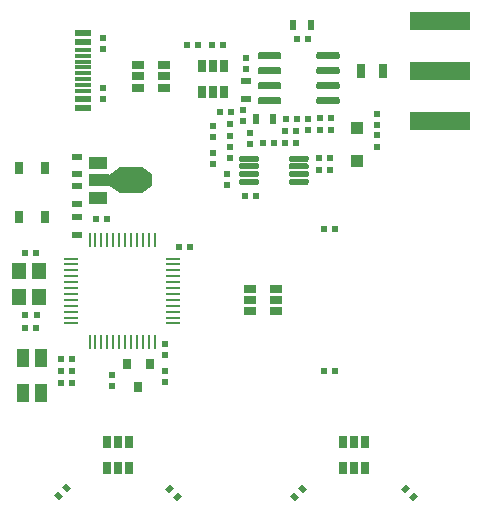
<source format=gtp>
G04 #@! TF.GenerationSoftware,KiCad,Pcbnew,5.1.5+dfsg1-2build2*
G04 #@! TF.CreationDate,2020-09-27T17:25:33+02:00*
G04 #@! TF.ProjectId,tdr,7464722e-6b69-4636-9164-5f7063625858,rev?*
G04 #@! TF.SameCoordinates,Original*
G04 #@! TF.FileFunction,Paste,Top*
G04 #@! TF.FilePolarity,Positive*
%FSLAX46Y46*%
G04 Gerber Fmt 4.6, Leading zero omitted, Abs format (unit mm)*
G04 Created by KiCad (PCBNEW 5.1.5+dfsg1-2build2) date 2020-09-27 17:25:33*
%MOMM*%
%LPD*%
G04 APERTURE LIST*
%ADD10R,0.500000X0.600000*%
%ADD11R,0.600000X0.900000*%
%ADD12R,1.200000X1.400000*%
%ADD13C,0.100000*%
%ADD14R,0.650000X1.060000*%
%ADD15R,1.060000X0.650000*%
%ADD16R,0.800000X0.900000*%
%ADD17R,0.250000X1.300000*%
%ADD18R,1.300000X0.250000*%
%ADD19R,1.840000X2.200000*%
%ADD20R,1.500000X1.000000*%
%ADD21R,1.800000X1.000000*%
%ADD22R,0.650000X1.050000*%
%ADD23R,0.600000X0.500000*%
%ADD24R,0.700000X1.300000*%
%ADD25R,5.080000X1.500000*%
%ADD26R,1.450000X0.600000*%
%ADD27R,1.450000X0.300000*%
%ADD28R,1.100000X1.100000*%
%ADD29R,1.100000X1.500000*%
%ADD30R,0.900000X0.600000*%
G04 APERTURE END LIST*
D10*
X131670000Y-68600000D03*
X130730000Y-68600000D03*
X135130000Y-55300000D03*
X136070000Y-55300000D03*
D11*
X134850000Y-54100000D03*
X136350000Y-54100000D03*
D12*
X113275379Y-74935786D03*
X113275379Y-77135786D03*
X111575379Y-77135786D03*
X111575379Y-74935786D03*
D13*
G36*
X138614703Y-56395722D02*
G01*
X138629264Y-56397882D01*
X138643543Y-56401459D01*
X138657403Y-56406418D01*
X138670710Y-56412712D01*
X138683336Y-56420280D01*
X138695159Y-56429048D01*
X138706066Y-56438934D01*
X138715952Y-56449841D01*
X138724720Y-56461664D01*
X138732288Y-56474290D01*
X138738582Y-56487597D01*
X138743541Y-56501457D01*
X138747118Y-56515736D01*
X138749278Y-56530297D01*
X138750000Y-56545000D01*
X138750000Y-56845000D01*
X138749278Y-56859703D01*
X138747118Y-56874264D01*
X138743541Y-56888543D01*
X138738582Y-56902403D01*
X138732288Y-56915710D01*
X138724720Y-56928336D01*
X138715952Y-56940159D01*
X138706066Y-56951066D01*
X138695159Y-56960952D01*
X138683336Y-56969720D01*
X138670710Y-56977288D01*
X138657403Y-56983582D01*
X138643543Y-56988541D01*
X138629264Y-56992118D01*
X138614703Y-56994278D01*
X138600000Y-56995000D01*
X136950000Y-56995000D01*
X136935297Y-56994278D01*
X136920736Y-56992118D01*
X136906457Y-56988541D01*
X136892597Y-56983582D01*
X136879290Y-56977288D01*
X136866664Y-56969720D01*
X136854841Y-56960952D01*
X136843934Y-56951066D01*
X136834048Y-56940159D01*
X136825280Y-56928336D01*
X136817712Y-56915710D01*
X136811418Y-56902403D01*
X136806459Y-56888543D01*
X136802882Y-56874264D01*
X136800722Y-56859703D01*
X136800000Y-56845000D01*
X136800000Y-56545000D01*
X136800722Y-56530297D01*
X136802882Y-56515736D01*
X136806459Y-56501457D01*
X136811418Y-56487597D01*
X136817712Y-56474290D01*
X136825280Y-56461664D01*
X136834048Y-56449841D01*
X136843934Y-56438934D01*
X136854841Y-56429048D01*
X136866664Y-56420280D01*
X136879290Y-56412712D01*
X136892597Y-56406418D01*
X136906457Y-56401459D01*
X136920736Y-56397882D01*
X136935297Y-56395722D01*
X136950000Y-56395000D01*
X138600000Y-56395000D01*
X138614703Y-56395722D01*
G37*
G36*
X138614703Y-57665722D02*
G01*
X138629264Y-57667882D01*
X138643543Y-57671459D01*
X138657403Y-57676418D01*
X138670710Y-57682712D01*
X138683336Y-57690280D01*
X138695159Y-57699048D01*
X138706066Y-57708934D01*
X138715952Y-57719841D01*
X138724720Y-57731664D01*
X138732288Y-57744290D01*
X138738582Y-57757597D01*
X138743541Y-57771457D01*
X138747118Y-57785736D01*
X138749278Y-57800297D01*
X138750000Y-57815000D01*
X138750000Y-58115000D01*
X138749278Y-58129703D01*
X138747118Y-58144264D01*
X138743541Y-58158543D01*
X138738582Y-58172403D01*
X138732288Y-58185710D01*
X138724720Y-58198336D01*
X138715952Y-58210159D01*
X138706066Y-58221066D01*
X138695159Y-58230952D01*
X138683336Y-58239720D01*
X138670710Y-58247288D01*
X138657403Y-58253582D01*
X138643543Y-58258541D01*
X138629264Y-58262118D01*
X138614703Y-58264278D01*
X138600000Y-58265000D01*
X136950000Y-58265000D01*
X136935297Y-58264278D01*
X136920736Y-58262118D01*
X136906457Y-58258541D01*
X136892597Y-58253582D01*
X136879290Y-58247288D01*
X136866664Y-58239720D01*
X136854841Y-58230952D01*
X136843934Y-58221066D01*
X136834048Y-58210159D01*
X136825280Y-58198336D01*
X136817712Y-58185710D01*
X136811418Y-58172403D01*
X136806459Y-58158543D01*
X136802882Y-58144264D01*
X136800722Y-58129703D01*
X136800000Y-58115000D01*
X136800000Y-57815000D01*
X136800722Y-57800297D01*
X136802882Y-57785736D01*
X136806459Y-57771457D01*
X136811418Y-57757597D01*
X136817712Y-57744290D01*
X136825280Y-57731664D01*
X136834048Y-57719841D01*
X136843934Y-57708934D01*
X136854841Y-57699048D01*
X136866664Y-57690280D01*
X136879290Y-57682712D01*
X136892597Y-57676418D01*
X136906457Y-57671459D01*
X136920736Y-57667882D01*
X136935297Y-57665722D01*
X136950000Y-57665000D01*
X138600000Y-57665000D01*
X138614703Y-57665722D01*
G37*
G36*
X138614703Y-58935722D02*
G01*
X138629264Y-58937882D01*
X138643543Y-58941459D01*
X138657403Y-58946418D01*
X138670710Y-58952712D01*
X138683336Y-58960280D01*
X138695159Y-58969048D01*
X138706066Y-58978934D01*
X138715952Y-58989841D01*
X138724720Y-59001664D01*
X138732288Y-59014290D01*
X138738582Y-59027597D01*
X138743541Y-59041457D01*
X138747118Y-59055736D01*
X138749278Y-59070297D01*
X138750000Y-59085000D01*
X138750000Y-59385000D01*
X138749278Y-59399703D01*
X138747118Y-59414264D01*
X138743541Y-59428543D01*
X138738582Y-59442403D01*
X138732288Y-59455710D01*
X138724720Y-59468336D01*
X138715952Y-59480159D01*
X138706066Y-59491066D01*
X138695159Y-59500952D01*
X138683336Y-59509720D01*
X138670710Y-59517288D01*
X138657403Y-59523582D01*
X138643543Y-59528541D01*
X138629264Y-59532118D01*
X138614703Y-59534278D01*
X138600000Y-59535000D01*
X136950000Y-59535000D01*
X136935297Y-59534278D01*
X136920736Y-59532118D01*
X136906457Y-59528541D01*
X136892597Y-59523582D01*
X136879290Y-59517288D01*
X136866664Y-59509720D01*
X136854841Y-59500952D01*
X136843934Y-59491066D01*
X136834048Y-59480159D01*
X136825280Y-59468336D01*
X136817712Y-59455710D01*
X136811418Y-59442403D01*
X136806459Y-59428543D01*
X136802882Y-59414264D01*
X136800722Y-59399703D01*
X136800000Y-59385000D01*
X136800000Y-59085000D01*
X136800722Y-59070297D01*
X136802882Y-59055736D01*
X136806459Y-59041457D01*
X136811418Y-59027597D01*
X136817712Y-59014290D01*
X136825280Y-59001664D01*
X136834048Y-58989841D01*
X136843934Y-58978934D01*
X136854841Y-58969048D01*
X136866664Y-58960280D01*
X136879290Y-58952712D01*
X136892597Y-58946418D01*
X136906457Y-58941459D01*
X136920736Y-58937882D01*
X136935297Y-58935722D01*
X136950000Y-58935000D01*
X138600000Y-58935000D01*
X138614703Y-58935722D01*
G37*
G36*
X138614703Y-60205722D02*
G01*
X138629264Y-60207882D01*
X138643543Y-60211459D01*
X138657403Y-60216418D01*
X138670710Y-60222712D01*
X138683336Y-60230280D01*
X138695159Y-60239048D01*
X138706066Y-60248934D01*
X138715952Y-60259841D01*
X138724720Y-60271664D01*
X138732288Y-60284290D01*
X138738582Y-60297597D01*
X138743541Y-60311457D01*
X138747118Y-60325736D01*
X138749278Y-60340297D01*
X138750000Y-60355000D01*
X138750000Y-60655000D01*
X138749278Y-60669703D01*
X138747118Y-60684264D01*
X138743541Y-60698543D01*
X138738582Y-60712403D01*
X138732288Y-60725710D01*
X138724720Y-60738336D01*
X138715952Y-60750159D01*
X138706066Y-60761066D01*
X138695159Y-60770952D01*
X138683336Y-60779720D01*
X138670710Y-60787288D01*
X138657403Y-60793582D01*
X138643543Y-60798541D01*
X138629264Y-60802118D01*
X138614703Y-60804278D01*
X138600000Y-60805000D01*
X136950000Y-60805000D01*
X136935297Y-60804278D01*
X136920736Y-60802118D01*
X136906457Y-60798541D01*
X136892597Y-60793582D01*
X136879290Y-60787288D01*
X136866664Y-60779720D01*
X136854841Y-60770952D01*
X136843934Y-60761066D01*
X136834048Y-60750159D01*
X136825280Y-60738336D01*
X136817712Y-60725710D01*
X136811418Y-60712403D01*
X136806459Y-60698543D01*
X136802882Y-60684264D01*
X136800722Y-60669703D01*
X136800000Y-60655000D01*
X136800000Y-60355000D01*
X136800722Y-60340297D01*
X136802882Y-60325736D01*
X136806459Y-60311457D01*
X136811418Y-60297597D01*
X136817712Y-60284290D01*
X136825280Y-60271664D01*
X136834048Y-60259841D01*
X136843934Y-60248934D01*
X136854841Y-60239048D01*
X136866664Y-60230280D01*
X136879290Y-60222712D01*
X136892597Y-60216418D01*
X136906457Y-60211459D01*
X136920736Y-60207882D01*
X136935297Y-60205722D01*
X136950000Y-60205000D01*
X138600000Y-60205000D01*
X138614703Y-60205722D01*
G37*
G36*
X133664703Y-60205722D02*
G01*
X133679264Y-60207882D01*
X133693543Y-60211459D01*
X133707403Y-60216418D01*
X133720710Y-60222712D01*
X133733336Y-60230280D01*
X133745159Y-60239048D01*
X133756066Y-60248934D01*
X133765952Y-60259841D01*
X133774720Y-60271664D01*
X133782288Y-60284290D01*
X133788582Y-60297597D01*
X133793541Y-60311457D01*
X133797118Y-60325736D01*
X133799278Y-60340297D01*
X133800000Y-60355000D01*
X133800000Y-60655000D01*
X133799278Y-60669703D01*
X133797118Y-60684264D01*
X133793541Y-60698543D01*
X133788582Y-60712403D01*
X133782288Y-60725710D01*
X133774720Y-60738336D01*
X133765952Y-60750159D01*
X133756066Y-60761066D01*
X133745159Y-60770952D01*
X133733336Y-60779720D01*
X133720710Y-60787288D01*
X133707403Y-60793582D01*
X133693543Y-60798541D01*
X133679264Y-60802118D01*
X133664703Y-60804278D01*
X133650000Y-60805000D01*
X132000000Y-60805000D01*
X131985297Y-60804278D01*
X131970736Y-60802118D01*
X131956457Y-60798541D01*
X131942597Y-60793582D01*
X131929290Y-60787288D01*
X131916664Y-60779720D01*
X131904841Y-60770952D01*
X131893934Y-60761066D01*
X131884048Y-60750159D01*
X131875280Y-60738336D01*
X131867712Y-60725710D01*
X131861418Y-60712403D01*
X131856459Y-60698543D01*
X131852882Y-60684264D01*
X131850722Y-60669703D01*
X131850000Y-60655000D01*
X131850000Y-60355000D01*
X131850722Y-60340297D01*
X131852882Y-60325736D01*
X131856459Y-60311457D01*
X131861418Y-60297597D01*
X131867712Y-60284290D01*
X131875280Y-60271664D01*
X131884048Y-60259841D01*
X131893934Y-60248934D01*
X131904841Y-60239048D01*
X131916664Y-60230280D01*
X131929290Y-60222712D01*
X131942597Y-60216418D01*
X131956457Y-60211459D01*
X131970736Y-60207882D01*
X131985297Y-60205722D01*
X132000000Y-60205000D01*
X133650000Y-60205000D01*
X133664703Y-60205722D01*
G37*
G36*
X133664703Y-58935722D02*
G01*
X133679264Y-58937882D01*
X133693543Y-58941459D01*
X133707403Y-58946418D01*
X133720710Y-58952712D01*
X133733336Y-58960280D01*
X133745159Y-58969048D01*
X133756066Y-58978934D01*
X133765952Y-58989841D01*
X133774720Y-59001664D01*
X133782288Y-59014290D01*
X133788582Y-59027597D01*
X133793541Y-59041457D01*
X133797118Y-59055736D01*
X133799278Y-59070297D01*
X133800000Y-59085000D01*
X133800000Y-59385000D01*
X133799278Y-59399703D01*
X133797118Y-59414264D01*
X133793541Y-59428543D01*
X133788582Y-59442403D01*
X133782288Y-59455710D01*
X133774720Y-59468336D01*
X133765952Y-59480159D01*
X133756066Y-59491066D01*
X133745159Y-59500952D01*
X133733336Y-59509720D01*
X133720710Y-59517288D01*
X133707403Y-59523582D01*
X133693543Y-59528541D01*
X133679264Y-59532118D01*
X133664703Y-59534278D01*
X133650000Y-59535000D01*
X132000000Y-59535000D01*
X131985297Y-59534278D01*
X131970736Y-59532118D01*
X131956457Y-59528541D01*
X131942597Y-59523582D01*
X131929290Y-59517288D01*
X131916664Y-59509720D01*
X131904841Y-59500952D01*
X131893934Y-59491066D01*
X131884048Y-59480159D01*
X131875280Y-59468336D01*
X131867712Y-59455710D01*
X131861418Y-59442403D01*
X131856459Y-59428543D01*
X131852882Y-59414264D01*
X131850722Y-59399703D01*
X131850000Y-59385000D01*
X131850000Y-59085000D01*
X131850722Y-59070297D01*
X131852882Y-59055736D01*
X131856459Y-59041457D01*
X131861418Y-59027597D01*
X131867712Y-59014290D01*
X131875280Y-59001664D01*
X131884048Y-58989841D01*
X131893934Y-58978934D01*
X131904841Y-58969048D01*
X131916664Y-58960280D01*
X131929290Y-58952712D01*
X131942597Y-58946418D01*
X131956457Y-58941459D01*
X131970736Y-58937882D01*
X131985297Y-58935722D01*
X132000000Y-58935000D01*
X133650000Y-58935000D01*
X133664703Y-58935722D01*
G37*
G36*
X133664703Y-57665722D02*
G01*
X133679264Y-57667882D01*
X133693543Y-57671459D01*
X133707403Y-57676418D01*
X133720710Y-57682712D01*
X133733336Y-57690280D01*
X133745159Y-57699048D01*
X133756066Y-57708934D01*
X133765952Y-57719841D01*
X133774720Y-57731664D01*
X133782288Y-57744290D01*
X133788582Y-57757597D01*
X133793541Y-57771457D01*
X133797118Y-57785736D01*
X133799278Y-57800297D01*
X133800000Y-57815000D01*
X133800000Y-58115000D01*
X133799278Y-58129703D01*
X133797118Y-58144264D01*
X133793541Y-58158543D01*
X133788582Y-58172403D01*
X133782288Y-58185710D01*
X133774720Y-58198336D01*
X133765952Y-58210159D01*
X133756066Y-58221066D01*
X133745159Y-58230952D01*
X133733336Y-58239720D01*
X133720710Y-58247288D01*
X133707403Y-58253582D01*
X133693543Y-58258541D01*
X133679264Y-58262118D01*
X133664703Y-58264278D01*
X133650000Y-58265000D01*
X132000000Y-58265000D01*
X131985297Y-58264278D01*
X131970736Y-58262118D01*
X131956457Y-58258541D01*
X131942597Y-58253582D01*
X131929290Y-58247288D01*
X131916664Y-58239720D01*
X131904841Y-58230952D01*
X131893934Y-58221066D01*
X131884048Y-58210159D01*
X131875280Y-58198336D01*
X131867712Y-58185710D01*
X131861418Y-58172403D01*
X131856459Y-58158543D01*
X131852882Y-58144264D01*
X131850722Y-58129703D01*
X131850000Y-58115000D01*
X131850000Y-57815000D01*
X131850722Y-57800297D01*
X131852882Y-57785736D01*
X131856459Y-57771457D01*
X131861418Y-57757597D01*
X131867712Y-57744290D01*
X131875280Y-57731664D01*
X131884048Y-57719841D01*
X131893934Y-57708934D01*
X131904841Y-57699048D01*
X131916664Y-57690280D01*
X131929290Y-57682712D01*
X131942597Y-57676418D01*
X131956457Y-57671459D01*
X131970736Y-57667882D01*
X131985297Y-57665722D01*
X132000000Y-57665000D01*
X133650000Y-57665000D01*
X133664703Y-57665722D01*
G37*
G36*
X133664703Y-56395722D02*
G01*
X133679264Y-56397882D01*
X133693543Y-56401459D01*
X133707403Y-56406418D01*
X133720710Y-56412712D01*
X133733336Y-56420280D01*
X133745159Y-56429048D01*
X133756066Y-56438934D01*
X133765952Y-56449841D01*
X133774720Y-56461664D01*
X133782288Y-56474290D01*
X133788582Y-56487597D01*
X133793541Y-56501457D01*
X133797118Y-56515736D01*
X133799278Y-56530297D01*
X133800000Y-56545000D01*
X133800000Y-56845000D01*
X133799278Y-56859703D01*
X133797118Y-56874264D01*
X133793541Y-56888543D01*
X133788582Y-56902403D01*
X133782288Y-56915710D01*
X133774720Y-56928336D01*
X133765952Y-56940159D01*
X133756066Y-56951066D01*
X133745159Y-56960952D01*
X133733336Y-56969720D01*
X133720710Y-56977288D01*
X133707403Y-56983582D01*
X133693543Y-56988541D01*
X133679264Y-56992118D01*
X133664703Y-56994278D01*
X133650000Y-56995000D01*
X132000000Y-56995000D01*
X131985297Y-56994278D01*
X131970736Y-56992118D01*
X131956457Y-56988541D01*
X131942597Y-56983582D01*
X131929290Y-56977288D01*
X131916664Y-56969720D01*
X131904841Y-56960952D01*
X131893934Y-56951066D01*
X131884048Y-56940159D01*
X131875280Y-56928336D01*
X131867712Y-56915710D01*
X131861418Y-56902403D01*
X131856459Y-56888543D01*
X131852882Y-56874264D01*
X131850722Y-56859703D01*
X131850000Y-56845000D01*
X131850000Y-56545000D01*
X131850722Y-56530297D01*
X131852882Y-56515736D01*
X131856459Y-56501457D01*
X131861418Y-56487597D01*
X131867712Y-56474290D01*
X131875280Y-56461664D01*
X131884048Y-56449841D01*
X131893934Y-56438934D01*
X131904841Y-56429048D01*
X131916664Y-56420280D01*
X131929290Y-56412712D01*
X131942597Y-56406418D01*
X131956457Y-56401459D01*
X131970736Y-56397882D01*
X131985297Y-56395722D01*
X132000000Y-56395000D01*
X133650000Y-56395000D01*
X133664703Y-56395722D01*
G37*
D14*
X128050000Y-57550000D03*
X127100000Y-57550000D03*
X129000000Y-57550000D03*
X129000000Y-59750000D03*
X128050000Y-59750000D03*
X127100000Y-59750000D03*
D13*
G36*
X136012252Y-65175602D02*
G01*
X136024386Y-65177402D01*
X136036286Y-65180382D01*
X136047835Y-65184515D01*
X136058925Y-65189760D01*
X136069446Y-65196066D01*
X136079299Y-65203374D01*
X136088388Y-65211612D01*
X136096626Y-65220701D01*
X136103934Y-65230554D01*
X136110240Y-65241075D01*
X136115485Y-65252165D01*
X136119618Y-65263714D01*
X136122598Y-65275614D01*
X136124398Y-65287748D01*
X136125000Y-65300000D01*
X136125000Y-65550000D01*
X136124398Y-65562252D01*
X136122598Y-65574386D01*
X136119618Y-65586286D01*
X136115485Y-65597835D01*
X136110240Y-65608925D01*
X136103934Y-65619446D01*
X136096626Y-65629299D01*
X136088388Y-65638388D01*
X136079299Y-65646626D01*
X136069446Y-65653934D01*
X136058925Y-65660240D01*
X136047835Y-65665485D01*
X136036286Y-65669618D01*
X136024386Y-65672598D01*
X136012252Y-65674398D01*
X136000000Y-65675000D01*
X134625000Y-65675000D01*
X134612748Y-65674398D01*
X134600614Y-65672598D01*
X134588714Y-65669618D01*
X134577165Y-65665485D01*
X134566075Y-65660240D01*
X134555554Y-65653934D01*
X134545701Y-65646626D01*
X134536612Y-65638388D01*
X134528374Y-65629299D01*
X134521066Y-65619446D01*
X134514760Y-65608925D01*
X134509515Y-65597835D01*
X134505382Y-65586286D01*
X134502402Y-65574386D01*
X134500602Y-65562252D01*
X134500000Y-65550000D01*
X134500000Y-65300000D01*
X134500602Y-65287748D01*
X134502402Y-65275614D01*
X134505382Y-65263714D01*
X134509515Y-65252165D01*
X134514760Y-65241075D01*
X134521066Y-65230554D01*
X134528374Y-65220701D01*
X134536612Y-65211612D01*
X134545701Y-65203374D01*
X134555554Y-65196066D01*
X134566075Y-65189760D01*
X134577165Y-65184515D01*
X134588714Y-65180382D01*
X134600614Y-65177402D01*
X134612748Y-65175602D01*
X134625000Y-65175000D01*
X136000000Y-65175000D01*
X136012252Y-65175602D01*
G37*
G36*
X136012252Y-65825602D02*
G01*
X136024386Y-65827402D01*
X136036286Y-65830382D01*
X136047835Y-65834515D01*
X136058925Y-65839760D01*
X136069446Y-65846066D01*
X136079299Y-65853374D01*
X136088388Y-65861612D01*
X136096626Y-65870701D01*
X136103934Y-65880554D01*
X136110240Y-65891075D01*
X136115485Y-65902165D01*
X136119618Y-65913714D01*
X136122598Y-65925614D01*
X136124398Y-65937748D01*
X136125000Y-65950000D01*
X136125000Y-66200000D01*
X136124398Y-66212252D01*
X136122598Y-66224386D01*
X136119618Y-66236286D01*
X136115485Y-66247835D01*
X136110240Y-66258925D01*
X136103934Y-66269446D01*
X136096626Y-66279299D01*
X136088388Y-66288388D01*
X136079299Y-66296626D01*
X136069446Y-66303934D01*
X136058925Y-66310240D01*
X136047835Y-66315485D01*
X136036286Y-66319618D01*
X136024386Y-66322598D01*
X136012252Y-66324398D01*
X136000000Y-66325000D01*
X134625000Y-66325000D01*
X134612748Y-66324398D01*
X134600614Y-66322598D01*
X134588714Y-66319618D01*
X134577165Y-66315485D01*
X134566075Y-66310240D01*
X134555554Y-66303934D01*
X134545701Y-66296626D01*
X134536612Y-66288388D01*
X134528374Y-66279299D01*
X134521066Y-66269446D01*
X134514760Y-66258925D01*
X134509515Y-66247835D01*
X134505382Y-66236286D01*
X134502402Y-66224386D01*
X134500602Y-66212252D01*
X134500000Y-66200000D01*
X134500000Y-65950000D01*
X134500602Y-65937748D01*
X134502402Y-65925614D01*
X134505382Y-65913714D01*
X134509515Y-65902165D01*
X134514760Y-65891075D01*
X134521066Y-65880554D01*
X134528374Y-65870701D01*
X134536612Y-65861612D01*
X134545701Y-65853374D01*
X134555554Y-65846066D01*
X134566075Y-65839760D01*
X134577165Y-65834515D01*
X134588714Y-65830382D01*
X134600614Y-65827402D01*
X134612748Y-65825602D01*
X134625000Y-65825000D01*
X136000000Y-65825000D01*
X136012252Y-65825602D01*
G37*
G36*
X136012252Y-66475602D02*
G01*
X136024386Y-66477402D01*
X136036286Y-66480382D01*
X136047835Y-66484515D01*
X136058925Y-66489760D01*
X136069446Y-66496066D01*
X136079299Y-66503374D01*
X136088388Y-66511612D01*
X136096626Y-66520701D01*
X136103934Y-66530554D01*
X136110240Y-66541075D01*
X136115485Y-66552165D01*
X136119618Y-66563714D01*
X136122598Y-66575614D01*
X136124398Y-66587748D01*
X136125000Y-66600000D01*
X136125000Y-66850000D01*
X136124398Y-66862252D01*
X136122598Y-66874386D01*
X136119618Y-66886286D01*
X136115485Y-66897835D01*
X136110240Y-66908925D01*
X136103934Y-66919446D01*
X136096626Y-66929299D01*
X136088388Y-66938388D01*
X136079299Y-66946626D01*
X136069446Y-66953934D01*
X136058925Y-66960240D01*
X136047835Y-66965485D01*
X136036286Y-66969618D01*
X136024386Y-66972598D01*
X136012252Y-66974398D01*
X136000000Y-66975000D01*
X134625000Y-66975000D01*
X134612748Y-66974398D01*
X134600614Y-66972598D01*
X134588714Y-66969618D01*
X134577165Y-66965485D01*
X134566075Y-66960240D01*
X134555554Y-66953934D01*
X134545701Y-66946626D01*
X134536612Y-66938388D01*
X134528374Y-66929299D01*
X134521066Y-66919446D01*
X134514760Y-66908925D01*
X134509515Y-66897835D01*
X134505382Y-66886286D01*
X134502402Y-66874386D01*
X134500602Y-66862252D01*
X134500000Y-66850000D01*
X134500000Y-66600000D01*
X134500602Y-66587748D01*
X134502402Y-66575614D01*
X134505382Y-66563714D01*
X134509515Y-66552165D01*
X134514760Y-66541075D01*
X134521066Y-66530554D01*
X134528374Y-66520701D01*
X134536612Y-66511612D01*
X134545701Y-66503374D01*
X134555554Y-66496066D01*
X134566075Y-66489760D01*
X134577165Y-66484515D01*
X134588714Y-66480382D01*
X134600614Y-66477402D01*
X134612748Y-66475602D01*
X134625000Y-66475000D01*
X136000000Y-66475000D01*
X136012252Y-66475602D01*
G37*
G36*
X136012252Y-67125602D02*
G01*
X136024386Y-67127402D01*
X136036286Y-67130382D01*
X136047835Y-67134515D01*
X136058925Y-67139760D01*
X136069446Y-67146066D01*
X136079299Y-67153374D01*
X136088388Y-67161612D01*
X136096626Y-67170701D01*
X136103934Y-67180554D01*
X136110240Y-67191075D01*
X136115485Y-67202165D01*
X136119618Y-67213714D01*
X136122598Y-67225614D01*
X136124398Y-67237748D01*
X136125000Y-67250000D01*
X136125000Y-67500000D01*
X136124398Y-67512252D01*
X136122598Y-67524386D01*
X136119618Y-67536286D01*
X136115485Y-67547835D01*
X136110240Y-67558925D01*
X136103934Y-67569446D01*
X136096626Y-67579299D01*
X136088388Y-67588388D01*
X136079299Y-67596626D01*
X136069446Y-67603934D01*
X136058925Y-67610240D01*
X136047835Y-67615485D01*
X136036286Y-67619618D01*
X136024386Y-67622598D01*
X136012252Y-67624398D01*
X136000000Y-67625000D01*
X134625000Y-67625000D01*
X134612748Y-67624398D01*
X134600614Y-67622598D01*
X134588714Y-67619618D01*
X134577165Y-67615485D01*
X134566075Y-67610240D01*
X134555554Y-67603934D01*
X134545701Y-67596626D01*
X134536612Y-67588388D01*
X134528374Y-67579299D01*
X134521066Y-67569446D01*
X134514760Y-67558925D01*
X134509515Y-67547835D01*
X134505382Y-67536286D01*
X134502402Y-67524386D01*
X134500602Y-67512252D01*
X134500000Y-67500000D01*
X134500000Y-67250000D01*
X134500602Y-67237748D01*
X134502402Y-67225614D01*
X134505382Y-67213714D01*
X134509515Y-67202165D01*
X134514760Y-67191075D01*
X134521066Y-67180554D01*
X134528374Y-67170701D01*
X134536612Y-67161612D01*
X134545701Y-67153374D01*
X134555554Y-67146066D01*
X134566075Y-67139760D01*
X134577165Y-67134515D01*
X134588714Y-67130382D01*
X134600614Y-67127402D01*
X134612748Y-67125602D01*
X134625000Y-67125000D01*
X136000000Y-67125000D01*
X136012252Y-67125602D01*
G37*
G36*
X131787252Y-67125602D02*
G01*
X131799386Y-67127402D01*
X131811286Y-67130382D01*
X131822835Y-67134515D01*
X131833925Y-67139760D01*
X131844446Y-67146066D01*
X131854299Y-67153374D01*
X131863388Y-67161612D01*
X131871626Y-67170701D01*
X131878934Y-67180554D01*
X131885240Y-67191075D01*
X131890485Y-67202165D01*
X131894618Y-67213714D01*
X131897598Y-67225614D01*
X131899398Y-67237748D01*
X131900000Y-67250000D01*
X131900000Y-67500000D01*
X131899398Y-67512252D01*
X131897598Y-67524386D01*
X131894618Y-67536286D01*
X131890485Y-67547835D01*
X131885240Y-67558925D01*
X131878934Y-67569446D01*
X131871626Y-67579299D01*
X131863388Y-67588388D01*
X131854299Y-67596626D01*
X131844446Y-67603934D01*
X131833925Y-67610240D01*
X131822835Y-67615485D01*
X131811286Y-67619618D01*
X131799386Y-67622598D01*
X131787252Y-67624398D01*
X131775000Y-67625000D01*
X130400000Y-67625000D01*
X130387748Y-67624398D01*
X130375614Y-67622598D01*
X130363714Y-67619618D01*
X130352165Y-67615485D01*
X130341075Y-67610240D01*
X130330554Y-67603934D01*
X130320701Y-67596626D01*
X130311612Y-67588388D01*
X130303374Y-67579299D01*
X130296066Y-67569446D01*
X130289760Y-67558925D01*
X130284515Y-67547835D01*
X130280382Y-67536286D01*
X130277402Y-67524386D01*
X130275602Y-67512252D01*
X130275000Y-67500000D01*
X130275000Y-67250000D01*
X130275602Y-67237748D01*
X130277402Y-67225614D01*
X130280382Y-67213714D01*
X130284515Y-67202165D01*
X130289760Y-67191075D01*
X130296066Y-67180554D01*
X130303374Y-67170701D01*
X130311612Y-67161612D01*
X130320701Y-67153374D01*
X130330554Y-67146066D01*
X130341075Y-67139760D01*
X130352165Y-67134515D01*
X130363714Y-67130382D01*
X130375614Y-67127402D01*
X130387748Y-67125602D01*
X130400000Y-67125000D01*
X131775000Y-67125000D01*
X131787252Y-67125602D01*
G37*
G36*
X131787252Y-66475602D02*
G01*
X131799386Y-66477402D01*
X131811286Y-66480382D01*
X131822835Y-66484515D01*
X131833925Y-66489760D01*
X131844446Y-66496066D01*
X131854299Y-66503374D01*
X131863388Y-66511612D01*
X131871626Y-66520701D01*
X131878934Y-66530554D01*
X131885240Y-66541075D01*
X131890485Y-66552165D01*
X131894618Y-66563714D01*
X131897598Y-66575614D01*
X131899398Y-66587748D01*
X131900000Y-66600000D01*
X131900000Y-66850000D01*
X131899398Y-66862252D01*
X131897598Y-66874386D01*
X131894618Y-66886286D01*
X131890485Y-66897835D01*
X131885240Y-66908925D01*
X131878934Y-66919446D01*
X131871626Y-66929299D01*
X131863388Y-66938388D01*
X131854299Y-66946626D01*
X131844446Y-66953934D01*
X131833925Y-66960240D01*
X131822835Y-66965485D01*
X131811286Y-66969618D01*
X131799386Y-66972598D01*
X131787252Y-66974398D01*
X131775000Y-66975000D01*
X130400000Y-66975000D01*
X130387748Y-66974398D01*
X130375614Y-66972598D01*
X130363714Y-66969618D01*
X130352165Y-66965485D01*
X130341075Y-66960240D01*
X130330554Y-66953934D01*
X130320701Y-66946626D01*
X130311612Y-66938388D01*
X130303374Y-66929299D01*
X130296066Y-66919446D01*
X130289760Y-66908925D01*
X130284515Y-66897835D01*
X130280382Y-66886286D01*
X130277402Y-66874386D01*
X130275602Y-66862252D01*
X130275000Y-66850000D01*
X130275000Y-66600000D01*
X130275602Y-66587748D01*
X130277402Y-66575614D01*
X130280382Y-66563714D01*
X130284515Y-66552165D01*
X130289760Y-66541075D01*
X130296066Y-66530554D01*
X130303374Y-66520701D01*
X130311612Y-66511612D01*
X130320701Y-66503374D01*
X130330554Y-66496066D01*
X130341075Y-66489760D01*
X130352165Y-66484515D01*
X130363714Y-66480382D01*
X130375614Y-66477402D01*
X130387748Y-66475602D01*
X130400000Y-66475000D01*
X131775000Y-66475000D01*
X131787252Y-66475602D01*
G37*
G36*
X131787252Y-65825602D02*
G01*
X131799386Y-65827402D01*
X131811286Y-65830382D01*
X131822835Y-65834515D01*
X131833925Y-65839760D01*
X131844446Y-65846066D01*
X131854299Y-65853374D01*
X131863388Y-65861612D01*
X131871626Y-65870701D01*
X131878934Y-65880554D01*
X131885240Y-65891075D01*
X131890485Y-65902165D01*
X131894618Y-65913714D01*
X131897598Y-65925614D01*
X131899398Y-65937748D01*
X131900000Y-65950000D01*
X131900000Y-66200000D01*
X131899398Y-66212252D01*
X131897598Y-66224386D01*
X131894618Y-66236286D01*
X131890485Y-66247835D01*
X131885240Y-66258925D01*
X131878934Y-66269446D01*
X131871626Y-66279299D01*
X131863388Y-66288388D01*
X131854299Y-66296626D01*
X131844446Y-66303934D01*
X131833925Y-66310240D01*
X131822835Y-66315485D01*
X131811286Y-66319618D01*
X131799386Y-66322598D01*
X131787252Y-66324398D01*
X131775000Y-66325000D01*
X130400000Y-66325000D01*
X130387748Y-66324398D01*
X130375614Y-66322598D01*
X130363714Y-66319618D01*
X130352165Y-66315485D01*
X130341075Y-66310240D01*
X130330554Y-66303934D01*
X130320701Y-66296626D01*
X130311612Y-66288388D01*
X130303374Y-66279299D01*
X130296066Y-66269446D01*
X130289760Y-66258925D01*
X130284515Y-66247835D01*
X130280382Y-66236286D01*
X130277402Y-66224386D01*
X130275602Y-66212252D01*
X130275000Y-66200000D01*
X130275000Y-65950000D01*
X130275602Y-65937748D01*
X130277402Y-65925614D01*
X130280382Y-65913714D01*
X130284515Y-65902165D01*
X130289760Y-65891075D01*
X130296066Y-65880554D01*
X130303374Y-65870701D01*
X130311612Y-65861612D01*
X130320701Y-65853374D01*
X130330554Y-65846066D01*
X130341075Y-65839760D01*
X130352165Y-65834515D01*
X130363714Y-65830382D01*
X130375614Y-65827402D01*
X130387748Y-65825602D01*
X130400000Y-65825000D01*
X131775000Y-65825000D01*
X131787252Y-65825602D01*
G37*
G36*
X131787252Y-65175602D02*
G01*
X131799386Y-65177402D01*
X131811286Y-65180382D01*
X131822835Y-65184515D01*
X131833925Y-65189760D01*
X131844446Y-65196066D01*
X131854299Y-65203374D01*
X131863388Y-65211612D01*
X131871626Y-65220701D01*
X131878934Y-65230554D01*
X131885240Y-65241075D01*
X131890485Y-65252165D01*
X131894618Y-65263714D01*
X131897598Y-65275614D01*
X131899398Y-65287748D01*
X131900000Y-65300000D01*
X131900000Y-65550000D01*
X131899398Y-65562252D01*
X131897598Y-65574386D01*
X131894618Y-65586286D01*
X131890485Y-65597835D01*
X131885240Y-65608925D01*
X131878934Y-65619446D01*
X131871626Y-65629299D01*
X131863388Y-65638388D01*
X131854299Y-65646626D01*
X131844446Y-65653934D01*
X131833925Y-65660240D01*
X131822835Y-65665485D01*
X131811286Y-65669618D01*
X131799386Y-65672598D01*
X131787252Y-65674398D01*
X131775000Y-65675000D01*
X130400000Y-65675000D01*
X130387748Y-65674398D01*
X130375614Y-65672598D01*
X130363714Y-65669618D01*
X130352165Y-65665485D01*
X130341075Y-65660240D01*
X130330554Y-65653934D01*
X130320701Y-65646626D01*
X130311612Y-65638388D01*
X130303374Y-65629299D01*
X130296066Y-65619446D01*
X130289760Y-65608925D01*
X130284515Y-65597835D01*
X130280382Y-65586286D01*
X130277402Y-65574386D01*
X130275602Y-65562252D01*
X130275000Y-65550000D01*
X130275000Y-65300000D01*
X130275602Y-65287748D01*
X130277402Y-65275614D01*
X130280382Y-65263714D01*
X130284515Y-65252165D01*
X130289760Y-65241075D01*
X130296066Y-65230554D01*
X130303374Y-65220701D01*
X130311612Y-65211612D01*
X130320701Y-65203374D01*
X130330554Y-65196066D01*
X130341075Y-65189760D01*
X130352165Y-65184515D01*
X130363714Y-65180382D01*
X130375614Y-65177402D01*
X130387748Y-65175602D01*
X130400000Y-65175000D01*
X131775000Y-65175000D01*
X131787252Y-65175602D01*
G37*
D14*
X120000000Y-91600000D03*
X120950000Y-91600000D03*
X119050000Y-91600000D03*
X119050000Y-89400000D03*
X120000000Y-89400000D03*
X120950000Y-89400000D03*
X140000000Y-91600000D03*
X140950000Y-91600000D03*
X139050000Y-91600000D03*
X139050000Y-89400000D03*
X140000000Y-89400000D03*
X140950000Y-89400000D03*
D15*
X133400000Y-77400000D03*
X133400000Y-76450000D03*
X133400000Y-78350000D03*
X131200000Y-78350000D03*
X131200000Y-77400000D03*
X131200000Y-76450000D03*
D16*
X121723223Y-84787436D03*
X120773223Y-82787436D03*
X122673223Y-82787436D03*
D17*
X117587437Y-72276776D03*
X118087437Y-72276776D03*
X118587437Y-72276776D03*
X119087437Y-72276776D03*
X119587437Y-72276776D03*
X120087437Y-72276776D03*
X120587437Y-72276776D03*
X121087437Y-72276776D03*
X121587437Y-72276776D03*
X122087437Y-72276776D03*
X122587437Y-72276776D03*
X123087437Y-72276776D03*
D18*
X124687437Y-73876776D03*
X124687437Y-74376776D03*
X124687437Y-74876776D03*
X124687437Y-75376776D03*
X124687437Y-75876776D03*
X124687437Y-76376776D03*
X124687437Y-76876776D03*
X124687437Y-77376776D03*
X124687437Y-77876776D03*
X124687437Y-78376776D03*
X124687437Y-78876776D03*
X124687437Y-79376776D03*
D17*
X123087437Y-80976776D03*
X122587437Y-80976776D03*
X122087437Y-80976776D03*
X121587437Y-80976776D03*
X121087437Y-80976776D03*
X120587437Y-80976776D03*
X120087437Y-80976776D03*
X119587437Y-80976776D03*
X119087437Y-80976776D03*
X118587437Y-80976776D03*
X118087437Y-80976776D03*
X117587437Y-80976776D03*
D18*
X115987437Y-79376776D03*
X115987437Y-78876776D03*
X115987437Y-78376776D03*
X115987437Y-77876776D03*
X115987437Y-77376776D03*
X115987437Y-76876776D03*
X115987437Y-76376776D03*
X115987437Y-75876776D03*
X115987437Y-75376776D03*
X115987437Y-74876776D03*
X115987437Y-74376776D03*
X115987437Y-73876776D03*
D15*
X121650000Y-58450000D03*
X121650000Y-59400000D03*
X121650000Y-57500000D03*
X123850000Y-57500000D03*
X123850000Y-58450000D03*
X123850000Y-59400000D03*
D13*
G36*
X120173800Y-68350000D02*
G01*
X119173800Y-67650000D01*
X119173800Y-66850000D01*
X120173800Y-66150000D01*
X120173800Y-68350000D01*
G37*
D19*
X121083500Y-67250000D03*
D20*
X118270000Y-68750000D03*
D21*
X118416500Y-67250000D03*
D20*
X118270000Y-65750000D03*
D13*
G36*
X121992000Y-66150000D02*
G01*
X122842000Y-66750000D01*
X122842000Y-67750000D01*
X121992000Y-68350000D01*
X121992000Y-66150000D01*
G37*
D22*
X113775000Y-66225000D03*
X113775000Y-70375000D03*
X111625000Y-66225000D03*
X111625000Y-70375000D03*
D10*
X127930000Y-55800000D03*
X128870000Y-55800000D03*
X125830000Y-55800000D03*
X126770000Y-55800000D03*
D23*
X141900000Y-64400000D03*
X141900000Y-63460000D03*
X141900000Y-62570000D03*
X141900000Y-61630000D03*
D24*
X140550000Y-58000000D03*
X142450000Y-58000000D03*
D10*
X138070000Y-63000000D03*
X137130000Y-63000000D03*
X137430000Y-83400000D03*
X138370000Y-83400000D03*
X134230000Y-62100000D03*
X135170000Y-62100000D03*
D23*
X136100000Y-62970000D03*
X136100000Y-62030000D03*
D10*
X137030000Y-66400000D03*
X137970000Y-66400000D03*
X137030000Y-65400000D03*
X137970000Y-65400000D03*
X134130000Y-63100000D03*
X135070000Y-63100000D03*
X134130000Y-64100000D03*
X135070000Y-64100000D03*
D23*
X129500000Y-64430000D03*
X129500000Y-65370000D03*
D13*
G36*
X115667695Y-93656569D02*
G01*
X115243431Y-93232305D01*
X115596985Y-92878751D01*
X116021249Y-93303015D01*
X115667695Y-93656569D01*
G37*
G36*
X115003015Y-94321249D02*
G01*
X114578751Y-93896985D01*
X114932305Y-93543431D01*
X115356569Y-93967695D01*
X115003015Y-94321249D01*
G37*
G36*
X124756569Y-93332305D02*
G01*
X124332305Y-93756569D01*
X123978751Y-93403015D01*
X124403015Y-92978751D01*
X124756569Y-93332305D01*
G37*
G36*
X125421249Y-93996985D02*
G01*
X124996985Y-94421249D01*
X124643431Y-94067695D01*
X125067695Y-93643431D01*
X125421249Y-93996985D01*
G37*
G36*
X135667695Y-93756569D02*
G01*
X135243431Y-93332305D01*
X135596985Y-92978751D01*
X136021249Y-93403015D01*
X135667695Y-93756569D01*
G37*
G36*
X135003015Y-94421249D02*
G01*
X134578751Y-93996985D01*
X134932305Y-93643431D01*
X135356569Y-94067695D01*
X135003015Y-94421249D01*
G37*
G36*
X144756569Y-93332305D02*
G01*
X144332305Y-93756569D01*
X143978751Y-93403015D01*
X144403015Y-92978751D01*
X144756569Y-93332305D01*
G37*
G36*
X145421249Y-93996985D02*
G01*
X144996985Y-94421249D01*
X144643431Y-94067695D01*
X145067695Y-93643431D01*
X145421249Y-93996985D01*
G37*
D23*
X131200000Y-64170000D03*
X131200000Y-63230000D03*
X129500000Y-62530000D03*
X129500000Y-63470000D03*
X128000000Y-65870000D03*
X128000000Y-64930000D03*
X130600000Y-61330000D03*
X130600000Y-62270000D03*
X128000000Y-63570000D03*
X128000000Y-62630000D03*
X130800000Y-57870000D03*
X130800000Y-56930000D03*
D10*
X128630000Y-61500000D03*
X129570000Y-61500000D03*
X137430000Y-71400000D03*
X138370000Y-71400000D03*
D23*
X119473224Y-83730000D03*
X119473224Y-84670000D03*
X118700000Y-60370000D03*
X118700000Y-59430000D03*
X118750000Y-56170000D03*
X118750000Y-55230000D03*
D10*
X116120000Y-84400000D03*
X115180000Y-84400000D03*
X116120000Y-83400000D03*
X115180000Y-83400000D03*
X116120000Y-82400000D03*
X115180000Y-82400000D03*
X118142563Y-70555709D03*
X119082563Y-70555709D03*
D25*
X147250000Y-58000000D03*
X147250000Y-53750000D03*
X147250000Y-62250000D03*
D26*
X117000000Y-55550000D03*
X117000000Y-60350000D03*
X117000000Y-61150000D03*
X117000000Y-54750000D03*
X117000000Y-61150000D03*
X117000000Y-60350000D03*
D27*
X117000000Y-59700000D03*
X117000000Y-59200000D03*
X117000000Y-58700000D03*
X117000000Y-58200000D03*
X117000000Y-57700000D03*
X117000000Y-57200000D03*
X117000000Y-56700000D03*
X117000000Y-56200000D03*
D26*
X117000000Y-55550000D03*
X117000000Y-54750000D03*
D28*
X140200000Y-65600000D03*
X140200000Y-62800000D03*
D29*
X113450000Y-85300000D03*
X113450000Y-82300000D03*
X111950000Y-82300000D03*
X111950000Y-85300000D03*
D10*
X137130000Y-62000000D03*
X138070000Y-62000000D03*
X132230000Y-64100000D03*
X133170000Y-64100000D03*
D11*
X133150000Y-62100000D03*
X131650000Y-62100000D03*
D30*
X130800000Y-58850000D03*
X130800000Y-60350000D03*
D23*
X129200000Y-67670000D03*
X129200000Y-66730000D03*
X124000000Y-83430000D03*
X124000000Y-84370000D03*
D10*
X126070000Y-72900000D03*
X125130000Y-72900000D03*
D23*
X124000000Y-82070000D03*
X124000000Y-81130000D03*
D30*
X116500000Y-70400000D03*
X116500000Y-71900000D03*
X116500000Y-67750000D03*
X116500000Y-69250000D03*
D10*
X112132155Y-79748097D03*
X113072155Y-79748097D03*
D30*
X116500000Y-66750000D03*
X116500000Y-65250000D03*
D10*
X112155127Y-78664466D03*
X113095127Y-78664466D03*
X113072155Y-73384136D03*
X112132155Y-73384136D03*
M02*

</source>
